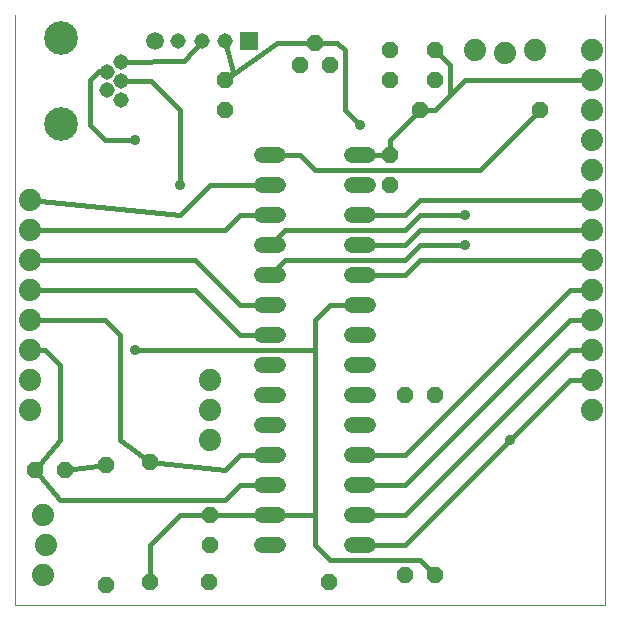
<source format=gtl>
G75*
%MOIN*%
%OFA0B0*%
%FSLAX25Y25*%
%IPPOS*%
%LPD*%
%AMOC8*
5,1,8,0,0,1.08239X$1,22.5*
%
%ADD10C,0.00000*%
%ADD11OC8,0.05200*%
%ADD12C,0.07400*%
%ADD13C,0.05150*%
%ADD14C,0.11220*%
%ADD15C,0.05200*%
%ADD16C,0.05937*%
%ADD17R,0.05937X0.05937*%
%ADD18C,0.01600*%
%ADD19C,0.03569*%
D10*
X0001800Y0001800D02*
X0001800Y0198650D01*
X0001800Y0001800D02*
X0198650Y0001800D01*
X0198650Y0198650D01*
D11*
X0176800Y0166800D03*
X0141800Y0176800D03*
X0141800Y0186800D03*
X0126800Y0186800D03*
X0126800Y0176800D03*
X0136800Y0166800D03*
X0126800Y0151800D03*
X0126800Y0141800D03*
X0106800Y0181800D03*
X0101800Y0189300D03*
X0096800Y0181800D03*
X0071800Y0176800D03*
X0071800Y0166800D03*
X0131800Y0071800D03*
X0141800Y0071800D03*
X0141800Y0011800D03*
X0131800Y0011800D03*
X0106537Y0009435D03*
X0066537Y0009435D03*
X0066800Y0021800D03*
X0066800Y0031800D03*
X0046800Y0049435D03*
X0032063Y0048512D03*
X0018610Y0046800D03*
X0008610Y0046800D03*
X0032063Y0008512D03*
X0046800Y0009435D03*
D12*
X0012300Y0021800D03*
X0011300Y0011800D03*
X0011300Y0031800D03*
X0006800Y0066800D03*
X0006800Y0076800D03*
X0006800Y0086800D03*
X0006800Y0096800D03*
X0006800Y0106800D03*
X0006800Y0116800D03*
X0006800Y0126800D03*
X0006800Y0136800D03*
X0066800Y0076800D03*
X0066800Y0066800D03*
X0066800Y0056800D03*
X0165302Y0186000D03*
X0155302Y0187000D03*
X0175302Y0187000D03*
X0194320Y0186839D03*
X0194320Y0176839D03*
X0194320Y0166839D03*
X0194320Y0156839D03*
X0194320Y0146839D03*
X0194300Y0136800D03*
X0194300Y0126800D03*
X0194300Y0116800D03*
X0194300Y0106800D03*
X0194300Y0096800D03*
X0194300Y0086800D03*
X0194300Y0076800D03*
X0194300Y0066800D03*
D13*
X0072016Y0189937D03*
X0064142Y0189937D03*
X0056268Y0189937D03*
X0037145Y0182833D03*
X0032420Y0179683D03*
X0037145Y0176534D03*
X0032420Y0173384D03*
X0037145Y0170235D03*
D14*
X0017066Y0162164D03*
X0017066Y0190904D03*
D15*
X0084200Y0151800D02*
X0089400Y0151800D01*
X0089400Y0141800D02*
X0084200Y0141800D01*
X0084200Y0131800D02*
X0089400Y0131800D01*
X0089400Y0121800D02*
X0084200Y0121800D01*
X0084200Y0111800D02*
X0089400Y0111800D01*
X0089400Y0101800D02*
X0084200Y0101800D01*
X0084200Y0091800D02*
X0089400Y0091800D01*
X0089400Y0081800D02*
X0084200Y0081800D01*
X0084200Y0071800D02*
X0089400Y0071800D01*
X0089400Y0061800D02*
X0084200Y0061800D01*
X0084200Y0051800D02*
X0089400Y0051800D01*
X0089400Y0041800D02*
X0084200Y0041800D01*
X0084200Y0031800D02*
X0089400Y0031800D01*
X0089400Y0021800D02*
X0084200Y0021800D01*
X0114200Y0021800D02*
X0119400Y0021800D01*
X0119400Y0031800D02*
X0114200Y0031800D01*
X0114200Y0041800D02*
X0119400Y0041800D01*
X0119400Y0051800D02*
X0114200Y0051800D01*
X0114200Y0061800D02*
X0119400Y0061800D01*
X0119400Y0071800D02*
X0114200Y0071800D01*
X0114200Y0081800D02*
X0119400Y0081800D01*
X0119400Y0091800D02*
X0114200Y0091800D01*
X0114200Y0101800D02*
X0119400Y0101800D01*
X0119400Y0111800D02*
X0114200Y0111800D01*
X0114200Y0121800D02*
X0119400Y0121800D01*
X0119400Y0131800D02*
X0114200Y0131800D01*
X0114200Y0141800D02*
X0119400Y0141800D01*
X0119400Y0151800D02*
X0114200Y0151800D01*
D16*
X0048394Y0189937D03*
D17*
X0079890Y0189937D03*
D18*
X0072016Y0189937D02*
X0074674Y0179674D01*
X0071800Y0176800D01*
X0089300Y0189300D01*
X0101800Y0189300D01*
X0109300Y0189300D01*
X0111800Y0186800D01*
X0111800Y0166800D01*
X0116800Y0161800D01*
X0116800Y0151800D02*
X0126800Y0151800D01*
X0126800Y0156800D01*
X0136800Y0166800D01*
X0141800Y0166800D01*
X0146800Y0171800D01*
X0151800Y0176800D01*
X0194280Y0176800D01*
X0194320Y0176839D01*
X0176800Y0166800D02*
X0156800Y0146800D01*
X0101800Y0146800D01*
X0096800Y0151800D01*
X0086800Y0151800D01*
X0086800Y0141800D02*
X0066800Y0141800D01*
X0056800Y0131800D01*
X0006800Y0136800D01*
X0006800Y0126800D02*
X0071800Y0126800D01*
X0076800Y0131800D01*
X0086800Y0131800D01*
X0091800Y0126800D02*
X0086800Y0121800D01*
X0091800Y0116800D02*
X0086800Y0111800D01*
X0091800Y0116800D02*
X0131800Y0116800D01*
X0136800Y0121800D01*
X0151800Y0121800D01*
X0151800Y0131800D02*
X0136800Y0131800D01*
X0131800Y0126800D01*
X0091800Y0126800D01*
X0086800Y0101800D02*
X0076800Y0101800D01*
X0061800Y0116800D01*
X0006800Y0116800D01*
X0006800Y0106800D02*
X0061800Y0106800D01*
X0076800Y0091800D01*
X0086800Y0091800D01*
X0101800Y0086800D02*
X0041800Y0086800D01*
X0036800Y0091800D02*
X0031800Y0096800D01*
X0006800Y0096800D01*
X0006800Y0086800D02*
X0011800Y0086800D01*
X0016800Y0081800D01*
X0016800Y0056800D01*
X0008610Y0046800D01*
X0016800Y0036800D01*
X0071800Y0036800D01*
X0076800Y0041800D01*
X0086800Y0041800D01*
X0086800Y0051800D02*
X0076800Y0051800D01*
X0071800Y0046800D01*
X0046800Y0049435D01*
X0036800Y0056800D01*
X0036800Y0091800D01*
X0032063Y0048512D02*
X0018610Y0046800D01*
X0046800Y0021800D02*
X0056800Y0031800D01*
X0066800Y0031800D01*
X0086800Y0031800D01*
X0101800Y0031800D01*
X0101800Y0086800D01*
X0101800Y0096800D01*
X0106800Y0101800D01*
X0116800Y0101800D01*
X0116800Y0111800D02*
X0131800Y0111800D01*
X0136800Y0116800D01*
X0194300Y0116800D01*
X0194300Y0106800D02*
X0186800Y0106800D01*
X0131800Y0051800D01*
X0116800Y0051800D01*
X0116800Y0041800D02*
X0131800Y0041800D01*
X0186800Y0096800D01*
X0194300Y0096800D01*
X0194300Y0086800D02*
X0186800Y0086800D01*
X0131800Y0031800D01*
X0116800Y0031800D01*
X0116800Y0021800D02*
X0131800Y0021800D01*
X0166800Y0056800D01*
X0186800Y0076800D01*
X0194300Y0076800D01*
X0194300Y0126800D02*
X0136800Y0126800D01*
X0131800Y0121800D01*
X0116800Y0121800D01*
X0116800Y0131800D02*
X0131800Y0131800D01*
X0136800Y0136800D01*
X0194300Y0136800D01*
X0146800Y0171800D02*
X0146800Y0181800D01*
X0141800Y0186800D01*
X0064142Y0189937D02*
X0058099Y0183099D01*
X0037145Y0182833D01*
X0032420Y0179683D02*
X0029950Y0179950D01*
X0026800Y0176800D01*
X0026800Y0161800D01*
X0031800Y0156800D01*
X0041800Y0156800D01*
X0056800Y0166800D02*
X0056800Y0141800D01*
X0056800Y0166800D02*
X0047066Y0176534D01*
X0037145Y0176534D01*
X0101800Y0031800D02*
X0101800Y0021800D01*
X0106800Y0016800D01*
X0136800Y0016800D01*
X0141800Y0011800D01*
X0046800Y0009435D02*
X0046800Y0021800D01*
D19*
X0041800Y0086800D03*
X0056800Y0141800D03*
X0041800Y0156800D03*
X0116800Y0161800D03*
X0151800Y0131800D03*
X0151800Y0121800D03*
X0166800Y0056800D03*
M02*

</source>
